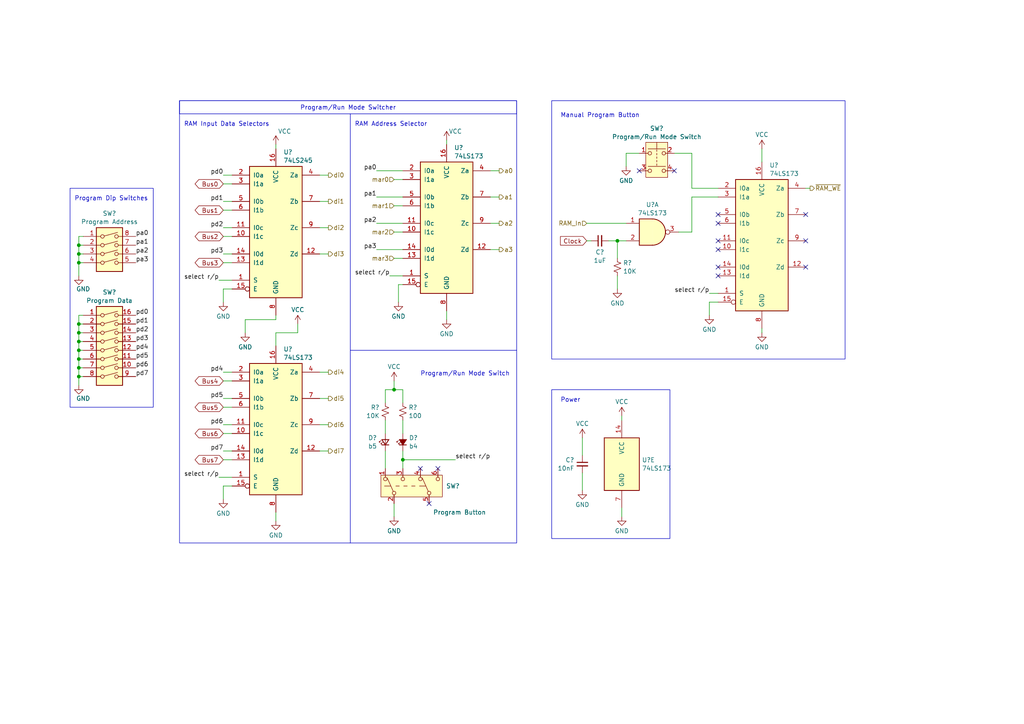
<source format=kicad_sch>
(kicad_sch (version 20230121) (generator eeschema)
  (paper "A4")
  (title_block (title "Computer Mode Switcher") (date "2024-01-27") (rev "1.0"))
  (lib_symbols
    (symbol "74xx:74LS00" (pin_names (offset 1.016))
      (property "Reference" "U" (at 0 1.27 0))
      (property "Value" "74LS00" (at 0 -1.27 0))
      (symbol "74LS00_1_1"
        (arc (start 0 -3.81) (mid 3.7934 0) (end 0 3.81) (stroke (width 0.254)) (fill (type background)))
        (polyline (pts (xy 0 3.81) (xy -3.81 3.81) (xy -3.81 -3.81) (xy 0 -3.81)) (stroke (width 0.254)) (fill (type background)))
        (pin input line (at -7.62 2.54 0) (length 3.81) (name "~") (number "1"))
        (pin input line (at -7.62 -2.54 0) (length 3.81) (name "~") (number "2"))
        (pin output inverted (at 7.62 0 180) (length 3.81) (name "~") (number "3"))
      )
      (symbol "74LS00_1_2"
        (arc (start -3.81 -3.81) (mid -2.589 0) (end -3.81 3.81) (stroke (width 0.254)))
        (arc (start -0.6096 -3.81) (mid 2.1842 -2.5851) (end 3.81 0) (stroke (width 0.254)) (fill (type background)))
        (polyline (pts (xy -3.81 -3.81) (xy -0.635 -3.81)) (stroke (width 0.254)) (fill (type background)))
        (polyline (pts (xy -3.81 3.81) (xy -0.635 3.81)) (stroke (width 0.254)) (fill (type background)))
        (polyline (pts (xy -0.635 3.81) (xy -3.81 3.81) (xy -3.81 3.81) (xy -3.556 3.4036) (xy -3.0226 2.2606) (xy -2.6924 1.0414) (xy -2.6162 -0.254) (xy -2.7686 -1.4986) (xy -3.175 -2.7178) (xy -3.81 -3.81) (xy -3.81 -3.81) (xy -0.635 -3.81)) (stroke (width -25.4)) (fill (type background)))
        (arc (start 3.81 0) (mid 2.1915 2.5936) (end -0.6096 3.81) (stroke (width 0.254)) (fill (type background)))
        (pin input inverted (at -7.62 2.54 0) (length 4.318) (name "~") (number "1"))
        (pin input inverted (at -7.62 -2.54 0) (length 4.318) (name "~") (number "2"))
        (pin output line (at 7.62 0 180) (length 3.81) (name "~") (number "3"))
      )
      (symbol "74LS00_2_1"
        (arc (start 0 -3.81) (mid 3.7934 0) (end 0 3.81) (stroke (width 0.254)) (fill (type background)))
        (polyline (pts (xy 0 3.81) (xy -3.81 3.81) (xy -3.81 -3.81) (xy 0 -3.81)) (stroke (width 0.254)) (fill (type background)))
        (pin input line (at -7.62 2.54 0) (length 3.81) (name "~") (number "4"))
        (pin input line (at -7.62 -2.54 0) (length 3.81) (name "~") (number "5"))
        (pin output inverted (at 7.62 0 180) (length 3.81) (name "~") (number "6"))
      )
      (symbol "74LS00_2_2"
        (arc (start -3.81 -3.81) (mid -2.589 0) (end -3.81 3.81) (stroke (width 0.254)))
        (arc (start -0.6096 -3.81) (mid 2.1842 -2.5851) (end 3.81 0) (stroke (width 0.254)) (fill (type background)))
        (polyline (pts (xy -3.81 -3.81) (xy -0.635 -3.81)) (stroke (width 0.254)) (fill (type background)))
        (polyline (pts (xy -3.81 3.81) (xy -0.635 3.81)) (stroke (width 0.254)) (fill (type background)))
        (polyline (pts (xy -0.635 3.81) (xy -3.81 3.81) (xy -3.81 3.81) (xy -3.556 3.4036) (xy -3.0226 2.2606) (xy -2.6924 1.0414) (xy -2.6162 -0.254) (xy -2.7686 -1.4986) (xy -3.175 -2.7178) (xy -3.81 -3.81) (xy -3.81 -3.81) (xy -0.635 -3.81)) (stroke (width -25.4)) (fill (type background)))
        (arc (start 3.81 0) (mid 2.1915 2.5936) (end -0.6096 3.81) (stroke (width 0.254)) (fill (type background)))
        (pin input inverted (at -7.62 2.54 0) (length 4.318) (name "~") (number "4"))
        (pin input inverted (at -7.62 -2.54 0) (length 4.318) (name "~") (number "5"))
        (pin output line (at 7.62 0 180) (length 3.81) (name "~") (number "6"))
      )
      (symbol "74LS00_3_1"
        (arc (start 0 -3.81) (mid 3.7934 0) (end 0 3.81) (stroke (width 0.254)) (fill (type background)))
        (polyline (pts (xy 0 3.81) (xy -3.81 3.81) (xy -3.81 -3.81) (xy 0 -3.81)) (stroke (width 0.254)) (fill (type background)))
        (pin input line (at -7.62 -2.54 0) (length 3.81) (name "~") (number "10"))
        (pin output inverted (at 7.62 0 180) (length 3.81) (name "~") (number "8"))
        (pin input line (at -7.62 2.54 0) (length 3.81) (name "~") (number "9"))
      )
      (symbol "74LS00_3_2"
        (arc (start -3.81 -3.81) (mid -2.589 0) (end -3.81 3.81) (stroke (width 0.254)))
        (arc (start -0.6096 -3.81) (mid 2.1842 -2.5851) (end 3.81 0) (stroke (width 0.254)) (fill (type background)))
        (polyline (pts (xy -3.81 -3.81) (xy -0.635 -3.81)) (stroke (width 0.254)) (fill (type background)))
        (polyline (pts (xy -3.81 3.81) (xy -0.635 3.81)) (stroke (width 0.254)) (fill (type background)))
        (polyline (pts (xy -0.635 3.81) (xy -3.81 3.81) (xy -3.81 3.81) (xy -3.556 3.4036) (xy -3.0226 2.2606) (xy -2.6924 1.0414) (xy -2.6162 -0.254) (xy -2.7686 -1.4986) (xy -3.175 -2.7178) (xy -3.81 -3.81) (xy -3.81 -3.81) (xy -0.635 -3.81)) (stroke (width -25.4)) (fill (type background)))
        (arc (start 3.81 0) (mid 2.1915 2.5936) (end -0.6096 3.81) (stroke (width 0.254)) (fill (type background)))
        (pin input inverted (at -7.62 -2.54 0) (length 4.318) (name "~") (number "10"))
        (pin output line (at 7.62 0 180) (length 3.81) (name "~") (number "8"))
        (pin input inverted (at -7.62 2.54 0) (length 4.318) (name "~") (number "9"))
      )
      (symbol "74LS00_4_1"
        (arc (start 0 -3.81) (mid 3.7934 0) (end 0 3.81) (stroke (width 0.254)) (fill (type background)))
        (polyline (pts (xy 0 3.81) (xy -3.81 3.81) (xy -3.81 -3.81) (xy 0 -3.81)) (stroke (width 0.254)) (fill (type background)))
        (pin output inverted (at 7.62 0 180) (length 3.81) (name "~") (number "11"))
        (pin input line (at -7.62 2.54 0) (length 3.81) (name "~") (number "12"))
        (pin input line (at -7.62 -2.54 0) (length 3.81) (name "~") (number "13"))
      )
      (symbol "74LS00_4_2"
        (arc (start -3.81 -3.81) (mid -2.589 0) (end -3.81 3.81) (stroke (width 0.254)))
        (arc (start -0.6096 -3.81) (mid 2.1842 -2.5851) (end 3.81 0) (stroke (width 0.254)) (fill (type background)))
        (polyline (pts (xy -3.81 -3.81) (xy -0.635 -3.81)) (stroke (width 0.254)) (fill (type background)))
        (polyline (pts (xy -3.81 3.81) (xy -0.635 3.81)) (stroke (width 0.254)) (fill (type background)))
        (polyline (pts (xy -0.635 3.81) (xy -3.81 3.81) (xy -3.81 3.81) (xy -3.556 3.4036) (xy -3.0226 2.2606) (xy -2.6924 1.0414) (xy -2.6162 -0.254) (xy -2.7686 -1.4986) (xy -3.175 -2.7178) (xy -3.81 -3.81) (xy -3.81 -3.81) (xy -0.635 -3.81)) (stroke (width -25.4)) (fill (type background)))
        (arc (start 3.81 0) (mid 2.1915 2.5936) (end -0.6096 3.81) (stroke (width 0.254)) (fill (type background)))
        (pin output line (at 7.62 0 180) (length 3.81) (name "~") (number "11"))
        (pin input inverted (at -7.62 2.54 0) (length 4.318) (name "~") (number "12"))
        (pin input inverted (at -7.62 -2.54 0) (length 4.318) (name "~") (number "13"))
      )
      (symbol "74LS00_5_0"
        (pin power_in line (at 0 12.7 270) (length 5.08) (name "VCC") (number "14"))
        (pin power_in line (at 0 -12.7 90) (length 5.08) (name "GND") (number "7"))
      )
      (symbol "74LS00_5_1"
        (rectangle (start -5.08 7.62) (end 5.08 -7.62) (stroke (width 0.254)) (fill (type background)))
      )
    )
    (symbol "74xx:74LS157" (pin_names (offset 1.016))
      (property "Reference" "U" (at -7.62 19.05 0))
      (property "Value" "74LS157" (at -7.62 -21.59 0))
      (symbol "74LS157_1_0"
        (pin input line (at -12.7 -15.24 0) (length 5.08) (name "S") (number "1"))
        (pin input line (at -12.7 -2.54 0) (length 5.08) (name "I1c") (number "10"))
        (pin input line (at -12.7 0 0) (length 5.08) (name "I0c") (number "11"))
        (pin output line (at 12.7 -7.62 180) (length 5.08) (name "Zd") (number "12"))
        (pin input line (at -12.7 -10.16 0) (length 5.08) (name "I1d") (number "13"))
        (pin input line (at -12.7 -7.62 0) (length 5.08) (name "I0d") (number "14"))
        (pin input inverted (at -12.7 -17.78 0) (length 5.08) (name "E") (number "15"))
        (pin power_in line (at 0 22.86 270) (length 5.08) (name "VCC") (number "16"))
        (pin input line (at -12.7 15.24 0) (length 5.08) (name "I0a") (number "2"))
        (pin input line (at -12.7 12.7 0) (length 5.08) (name "I1a") (number "3"))
        (pin output line (at 12.7 15.24 180) (length 5.08) (name "Za") (number "4"))
        (pin input line (at -12.7 7.62 0) (length 5.08) (name "I0b") (number "5"))
        (pin input line (at -12.7 5.08 0) (length 5.08) (name "I1b") (number "6"))
        (pin output line (at 12.7 7.62 180) (length 5.08) (name "Zb") (number "7"))
        (pin power_in line (at 0 -25.4 90) (length 5.08) (name "GND") (number "8"))
        (pin output line (at 12.7 0 180) (length 5.08) (name "Zc") (number "9"))
      )
      (symbol "74LS157_1_1"
        (rectangle (start -7.62 17.78) (end 7.62 -20.32) (stroke (width 0.254)) (fill (type background)))
      )
    )
    (symbol "Device:C_Small" (pin_numbers hide) (pin_names (offset 0.254) hide)
      (property "Reference" "C" (at 0.254 1.778 0))
      (property "Value" "C_Small" (at 0.254 -2.032 0))
      (symbol "C_Small_0_1"
        (polyline (pts (xy -1.524 -0.508) (xy 1.524 -0.508)) (stroke (width 0.3302)))
        (polyline (pts (xy -1.524 0.508) (xy 1.524 0.508)) (stroke (width 0.3048)))
      )
      (symbol "C_Small_1_1"
        (pin passive line (at 0 2.54 270) (length 2.032) (name "~") (number "1"))
        (pin passive line (at 0 -2.54 90) (length 2.032) (name "~") (number "2"))
      )
    )
    (symbol "Device:LED_Small" (pin_numbers hide) (pin_names (offset 0.254) hide)
      (property "Reference" "D" (at -1.27 3.175 0))
      (property "Value" "LED_Small" (at -4.445 -2.54 0))
      (symbol "LED_Small_0_1"
        (polyline (pts (xy -0.762 -1.016) (xy -0.762 1.016)) (stroke (width 0.254)))
        (polyline (pts (xy 1.016 0) (xy -0.762 0)))
        (polyline (pts (xy 0.762 -1.016) (xy -0.762 0) (xy 0.762 1.016) (xy 0.762 -1.016)) (stroke (width 0.254)))
        (polyline (pts (xy 0 0.762) (xy -0.508 1.27) (xy -0.254 1.27) (xy -0.508 1.27) (xy -0.508 1.016)))
        (polyline (pts (xy 0.508 1.27) (xy 0 1.778) (xy 0.254 1.778) (xy 0 1.778) (xy 0 1.524)))
      )
      (symbol "LED_Small_1_1"
        (pin passive line (at -2.54 0 0) (length 1.778) (name "K") (number "1"))
        (pin passive line (at 2.54 0 180) (length 1.778) (name "A") (number "2"))
      )
    )
    (symbol "Device:LED_Small_Filled" (pin_numbers hide) (pin_names (offset 0.254) hide)
      (property "Reference" "D" (at -1.27 3.175 0))
      (property "Value" "LED_Small_Filled" (at -4.445 -2.54 0))
      (symbol "LED_Small_Filled_0_1"
        (polyline (pts (xy -0.762 -1.016) (xy -0.762 1.016)) (stroke (width 0.254)))
        (polyline (pts (xy 1.016 0) (xy -0.762 0)))
        (polyline (pts (xy 0.762 -1.016) (xy -0.762 0) (xy 0.762 1.016) (xy 0.762 -1.016)) (stroke (width 0.254)) (fill (type outline)))
        (polyline (pts (xy 0 0.762) (xy -0.508 1.27) (xy -0.254 1.27) (xy -0.508 1.27) (xy -0.508 1.016)))
        (polyline (pts (xy 0.508 1.27) (xy 0 1.778) (xy 0.254 1.778) (xy 0 1.778) (xy 0 1.524)))
      )
      (symbol "LED_Small_Filled_1_1"
        (pin passive line (at -2.54 0 0) (length 1.778) (name "K") (number "1"))
        (pin passive line (at 2.54 0 180) (length 1.778) (name "A") (number "2"))
      )
    )
    (symbol "Device:R_Small_US" (pin_numbers hide) (pin_names (offset 0.254) hide)
      (property "Reference" "R" (at 0.762 0.508 0))
      (property "Value" "R_Small_US" (at 0.762 -1.016 0))
      (symbol "R_Small_US_1_1"
        (polyline (pts (xy 0 0) (xy 1.016 -0.381) (xy 0 -0.762) (xy -1.016 -1.143) (xy 0 -1.524)))
        (polyline (pts (xy 0 1.524) (xy 1.016 1.143) (xy 0 0.762) (xy -1.016 0.381) (xy 0 0)))
        (pin passive line (at 0 2.54 270) (length 1.016) (name "~") (number "1"))
        (pin passive line (at 0 -2.54 90) (length 1.016) (name "~") (number "2"))
      )
    )
    (symbol "Switch:SW_DIP_x04" (pin_names (offset 0) hide)
      (property "Reference" "SW" (at 0 8.89 0))
      (property "Value" "SW_DIP_x04" (at 0 -6.35 0))
      (symbol "SW_DIP_x04_0_0"
        (circle (center -2.032 -2.54) (radius 0.508))
        (circle (center -2.032 0) (radius 0.508))
        (circle (center -2.032 2.54) (radius 0.508))
        (circle (center -2.032 5.08) (radius 0.508))
        (polyline (pts (xy -1.524 -2.3876) (xy 2.3622 -1.3462)))
        (polyline (pts (xy -1.524 0.127) (xy 2.3622 1.1684)))
        (polyline (pts (xy -1.524 2.667) (xy 2.3622 3.7084)))
        (polyline (pts (xy -1.524 5.207) (xy 2.3622 6.2484)))
        (circle (center 2.032 -2.54) (radius 0.508))
        (circle (center 2.032 0) (radius 0.508))
        (circle (center 2.032 2.54) (radius 0.508))
        (circle (center 2.032 5.08) (radius 0.508))
      )
      (symbol "SW_DIP_x04_0_1"
        (rectangle (start -3.81 7.62) (end 3.81 -5.08) (stroke (width 0.254)) (fill (type background)))
      )
      (symbol "SW_DIP_x04_1_1"
        (pin passive line (at -7.62 5.08 0) (length 5.08) (name "~") (number "1"))
        (pin passive line (at -7.62 2.54 0) (length 5.08) (name "~") (number "2"))
        (pin passive line (at -7.62 0 0) (length 5.08) (name "~") (number "3"))
        (pin passive line (at -7.62 -2.54 0) (length 5.08) (name "~") (number "4"))
        (pin passive line (at 7.62 -2.54 180) (length 5.08) (name "~") (number "5"))
        (pin passive line (at 7.62 0 180) (length 5.08) (name "~") (number "6"))
        (pin passive line (at 7.62 2.54 180) (length 5.08) (name "~") (number "7"))
        (pin passive line (at 7.62 5.08 180) (length 5.08) (name "~") (number "8"))
      )
    )
    (symbol "Switch:SW_DIP_x08" (pin_names (offset 0) hide)
      (property "Reference" "SW" (at 0 13.97 0))
      (property "Value" "SW_DIP_x08" (at 0 -11.43 0))
      (symbol "SW_DIP_x08_0_0"
        (circle (center -2.032 -7.62) (radius 0.508))
        (circle (center -2.032 -5.08) (radius 0.508))
        (circle (center -2.032 -2.54) (radius 0.508))
        (circle (center -2.032 0) (radius 0.508))
        (circle (center -2.032 2.54) (radius 0.508))
        (circle (center -2.032 5.08) (radius 0.508))
        (circle (center -2.032 7.62) (radius 0.508))
        (circle (center -2.032 10.16) (radius 0.508))
        (polyline (pts (xy -1.524 -7.4676) (xy 2.3622 -6.4262)))
        (polyline (pts (xy -1.524 -4.9276) (xy 2.3622 -3.8862)))
        (polyline (pts (xy -1.524 -2.3876) (xy 2.3622 -1.3462)))
        (polyline (pts (xy -1.524 0.127) (xy 2.3622 1.1684)))
        (polyline (pts (xy -1.524 2.667) (xy 2.3622 3.7084)))
        (polyline (pts (xy -1.524 5.207) (xy 2.3622 6.2484)))
        (polyline (pts (xy -1.524 7.747) (xy 2.3622 8.7884)))
        (polyline (pts (xy -1.524 10.287) (xy 2.3622 11.3284)))
        (circle (center 2.032 -7.62) (radius 0.508))
        (circle (center 2.032 -5.08) (radius 0.508))
        (circle (center 2.032 -2.54) (radius 0.508))
        (circle (center 2.032 0) (radius 0.508))
        (circle (center 2.032 2.54) (radius 0.508))
        (circle (center 2.032 5.08) (radius 0.508))
        (circle (center 2.032 7.62) (radius 0.508))
        (circle (center 2.032 10.16) (radius 0.508))
      )
      (symbol "SW_DIP_x08_0_1"
        (rectangle (start -3.81 12.7) (end 3.81 -10.16) (stroke (width 0.254)) (fill (type background)))
      )
      (symbol "SW_DIP_x08_1_1"
        (pin passive line (at -7.62 10.16 0) (length 5.08) (name "~") (number "1"))
        (pin passive line (at 7.62 -5.08 180) (length 5.08) (name "~") (number "10"))
        (pin passive line (at 7.62 -2.54 180) (length 5.08) (name "~") (number "11"))
        (pin passive line (at 7.62 0 180) (length 5.08) (name "~") (number "12"))
        (pin passive line (at 7.62 2.54 180) (length 5.08) (name "~") (number "13"))
        (pin passive line (at 7.62 5.08 180) (length 5.08) (name "~") (number "14"))
        (pin passive line (at 7.62 7.62 180) (length 5.08) (name "~") (number "15"))
        (pin passive line (at 7.62 10.16 180) (length 5.08) (name "~") (number "16"))
        (pin passive line (at -7.62 7.62 0) (length 5.08) (name "~") (number "2"))
        (pin passive line (at -7.62 5.08 0) (length 5.08) (name "~") (number "3"))
        (pin passive line (at -7.62 2.54 0) (length 5.08) (name "~") (number "4"))
        (pin passive line (at -7.62 0 0) (length 5.08) (name "~") (number "5"))
        (pin passive line (at -7.62 -2.54 0) (length 5.08) (name "~") (number "6"))
        (pin passive line (at -7.62 -5.08 0) (length 5.08) (name "~") (number "7"))
        (pin passive line (at -7.62 -7.62 0) (length 5.08) (name "~") (number "8"))
        (pin passive line (at 7.62 -7.62 180) (length 5.08) (name "~") (number "9"))
      )
    )
    (symbol "Switch:SW_Push_DPDT" (pin_names (offset 0) hide)
      (property "Reference" "SW" (at 0 10.16 0))
      (property "Value" "SW_Push_DPDT" (at 0 -10.16 0))
      (symbol "SW_Push_DPDT_0_0"
        (circle (center -2.032 -5.08) (radius 0.508))
        (circle (center -2.032 5.08) (radius 0.508))
        (circle (center 2.032 -7.62) (radius 0.508))
        (circle (center 2.032 2.54) (radius 0.508))
      )
      (symbol "SW_Push_DPDT_0_1"
        (polyline (pts (xy -1.524 -4.826) (xy 2.3368 -3.0988)))
        (polyline (pts (xy -1.524 5.334) (xy 2.3368 7.0612)))
        (polyline (pts (xy 0 -2.286) (xy 0 -4.064)))
        (polyline (pts (xy 0 -1.016) (xy 0 0)))
        (polyline (pts (xy 0 1.27) (xy 0 2.286)))
        (polyline (pts (xy 0 3.556) (xy 0 4.572)))
        (polyline (pts (xy 0 7.874) (xy 0 6.096)))
        (circle (center 2.032 -2.54) (radius 0.508))
        (circle (center 2.032 7.62) (radius 0.508))
      )
      (symbol "SW_Push_DPDT_1_1"
        (rectangle (start -3.175 8.89) (end 3.175 -8.89) (fill (type background)))
        (pin passive line (at 5.08 7.62 180) (length 2.54) (name "A") (number "1"))
        (pin passive line (at -5.08 5.08 0) (length 2.54) (name "B") (number "2"))
        (pin passive line (at 5.08 2.54 180) (length 2.54) (name "C") (number "3"))
        (pin passive line (at 5.08 -2.54 180) (length 2.54) (name "A") (number "4"))
        (pin passive line (at -5.08 -5.08 0) (length 2.54) (name "B") (number "5"))
        (pin passive line (at 5.08 -7.62 180) (length 2.54) (name "C") (number "6"))
      )
    )
    (symbol "Switch:SW_Push_Dual" (pin_names (offset 1.016) hide)
      (property "Reference" "SW" (at 0 7.62 0))
      (property "Value" "SW_Push_Dual" (at 0 -6.35 0))
      (symbol "SW_Push_Dual_0_1"
        (circle (center -2.032 -2.54) (radius 0.508))
        (circle (center -2.032 2.54) (radius 0.508))
        (polyline (pts (xy 0 -0.508) (xy 0 -1.016)))
        (polyline (pts (xy 0 0.508) (xy 0 0)))
        (polyline (pts (xy 0 1.016) (xy 0 1.524)))
        (polyline (pts (xy 0 2.032) (xy 0 2.54)))
        (polyline (pts (xy 0 3.048) (xy 0 3.556)))
        (polyline (pts (xy 0 3.81) (xy 0 5.588)))
        (polyline (pts (xy 2.54 -1.27) (xy -2.54 -1.27)))
        (polyline (pts (xy 2.54 3.81) (xy -2.54 3.81)))
        (circle (center 2.032 -2.54) (radius 0.508))
        (circle (center 2.032 2.54) (radius 0.508))
        (pin passive line (at -5.08 2.54 0) (length 2.54) (name "1") (number "1"))
        (pin passive line (at 5.08 2.54 180) (length 2.54) (name "2") (number "2"))
        (pin passive line (at -5.08 -2.54 0) (length 2.54) (name "3") (number "3"))
        (pin passive line (at 5.08 -2.54 180) (length 2.54) (name "4") (number "4"))
      )
      (symbol "SW_Push_Dual_1_1"
        (rectangle (start -3.175 5.715) (end 3.175 -4.445) (fill (type background)))
      )
    )
    (symbol "power:GND" (power) (pin_names (offset 0))
      (property "Value" "GND" (at 0 -3.81 0))
      (symbol "GND_0_1"
        (polyline (pts (xy 0 0) (xy 0 -1.27) (xy 1.27 -1.27) (xy 0 -2.54) (xy -1.27 -1.27) (xy 0 -1.27)))
      )
      (symbol "GND_1_1"
        (pin power_in line (at 0 0 270) (length 0) hide (name "GND") (number "1"))
      )
    )
    (symbol "power:VCC" (power) (pin_names (offset 0))
      (property "Value" "VCC" (at 0 3.81 0))
      (symbol "VCC_0_1"
        (polyline (pts (xy -0.762 1.27) (xy 0 2.54)))
        (polyline (pts (xy 0 0) (xy 0 2.54)))
        (polyline (pts (xy 0 2.54) (xy 0.762 1.27)))
      )
      (symbol "VCC_1_1"
        (pin power_in line (at 0 0 90) (length 0) hide (name "VCC") (number "1"))
      )
    )
  )
  (junction (at 22.86 106.68))
  (junction (at 116.84 133.35))
  (junction (at 22.86 101.6))
  (junction (at 22.86 73.66))
  (junction (at 22.86 76.2))
  (junction (at 22.86 99.06))
  (junction (at 22.86 96.52))
  (junction (at 114.3 113.03))
  (junction (at 179.07 69.85))
  (junction (at 22.86 71.12))
  (junction (at 22.86 109.22))
  (junction (at 22.86 104.14))
  (junction (at 22.86 93.98))
  (no_connect (at 127 135.89))
  (no_connect (at 233.68 69.85))
  (no_connect (at 233.68 77.47))
  (no_connect (at 208.28 64.77))
  (no_connect (at 208.28 62.23))
  (no_connect (at 208.28 80.01))
  (no_connect (at 195.58 49.53))
  (no_connect (at 208.28 69.85))
  (no_connect (at 185.42 49.53))
  (no_connect (at 121.92 135.89))
  (no_connect (at 208.28 77.47))
  (no_connect (at 208.28 72.39))
  (no_connect (at 124.46 146.05))
  (no_connect (at 233.68 62.23))
  (wire (pts (xy 64.77 133.35) (xy 67.31 133.35)))
  (wire (pts (xy 208.28 54.61) (xy 200.66 54.61)))
  (wire (pts (xy 86.36 93.98) (xy 86.36 96.52)))
  (wire (pts (xy 22.86 96.52) (xy 22.86 99.06)))
  (wire (pts (xy 180.34 120.65) (xy 180.34 121.92)))
  (wire (pts (xy 144.78 57.15) (xy 142.24 57.15)))
  (wire (pts (xy 115.57 82.55) (xy 115.57 87.63)))
  (wire (pts (xy 64.77 118.11) (xy 67.31 118.11)))
  (wire (pts (xy 116.84 133.35) (xy 116.84 135.89)))
  (wire (pts (xy 67.31 53.34) (xy 64.77 53.34)))
  (wire (pts (xy 22.86 109.22) (xy 24.13 109.22)))
  (wire (pts (xy 114.3 59.69) (xy 116.84 59.69)))
  (wire (pts (xy 64.77 125.73) (xy 67.31 125.73)))
  (wire (pts (xy 179.07 69.85) (xy 179.07 74.93)))
  (wire (pts (xy 233.68 54.61) (xy 234.95 54.61)))
  (wire (pts (xy 129.54 40.64) (xy 129.54 41.91)))
  (wire (pts (xy 22.86 76.2) (xy 24.13 76.2)))
  (wire (pts (xy 22.86 68.58) (xy 22.86 71.12)))
  (wire (pts (xy 64.77 140.97) (xy 67.31 140.97)))
  (wire (pts (xy 179.07 80.01) (xy 179.07 83.82)))
  (wire (pts (xy 95.25 58.42) (xy 92.71 58.42)))
  (wire (pts (xy 114.3 67.31) (xy 116.84 67.31)))
  (wire (pts (xy 95.25 123.19) (xy 92.71 123.19)))
  (wire (pts (xy 109.22 64.77) (xy 116.84 64.77)))
  (wire (pts (xy 116.84 121.92) (xy 116.84 125.73)))
  (wire (pts (xy 64.77 110.49) (xy 67.31 110.49)))
  (wire (pts (xy 24.13 91.44) (xy 22.86 91.44)))
  (wire (pts (xy 22.86 101.6) (xy 24.13 101.6)))
  (wire (pts (xy 170.18 69.85) (xy 171.45 69.85)))
  (wire (pts (xy 170.18 64.77) (xy 181.61 64.77)))
  (wire (pts (xy 22.86 106.68) (xy 22.86 109.22)))
  (wire (pts (xy 114.3 113.03) (xy 116.84 113.03)))
  (wire (pts (xy 22.86 93.98) (xy 22.86 96.52)))
  (wire (pts (xy 80.01 148.59) (xy 80.01 151.13)))
  (wire (pts (xy 67.31 107.95) (xy 64.77 107.95)))
  (wire (pts (xy 22.86 71.12) (xy 24.13 71.12)))
  (wire (pts (xy 22.86 99.06) (xy 22.86 101.6)))
  (wire (pts (xy 95.25 115.57) (xy 92.71 115.57)))
  (wire (pts (xy 67.31 115.57) (xy 64.77 115.57)))
  (wire (pts (xy 22.86 109.22) (xy 22.86 111.76)))
  (wire (pts (xy 180.34 147.32) (xy 180.34 149.86)))
  (wire (pts (xy 22.86 93.98) (xy 24.13 93.98)))
  (wire (pts (xy 95.25 130.81) (xy 92.71 130.81)))
  (wire (pts (xy 144.78 49.53) (xy 142.24 49.53)))
  (wire (pts (xy 67.31 58.42) (xy 64.77 58.42)))
  (wire (pts (xy 95.25 107.95) (xy 92.71 107.95)))
  (wire (pts (xy 114.3 52.07) (xy 116.84 52.07)))
  (wire (pts (xy 200.66 57.15) (xy 200.66 67.31)))
  (wire (pts (xy 109.22 49.53) (xy 116.84 49.53)))
  (wire (pts (xy 114.3 146.05) (xy 114.3 149.86)))
  (wire (pts (xy 80.01 91.44) (xy 80.01 92.71)))
  (wire (pts (xy 111.76 130.81) (xy 111.76 135.89)))
  (wire (pts (xy 168.91 137.16) (xy 168.91 142.24)))
  (wire (pts (xy 116.84 82.55) (xy 115.57 82.55)))
  (wire (pts (xy 208.28 57.15) (xy 200.66 57.15)))
  (wire (pts (xy 176.53 69.85) (xy 179.07 69.85)))
  (wire (pts (xy 109.22 72.39) (xy 116.84 72.39)))
  (wire (pts (xy 205.74 87.63) (xy 205.74 91.44)))
  (wire (pts (xy 144.78 64.77) (xy 142.24 64.77)))
  (wire (pts (xy 179.07 69.85) (xy 181.61 69.85)))
  (wire (pts (xy 95.25 66.04) (xy 92.71 66.04)))
  (wire (pts (xy 116.84 133.35) (xy 132.08 133.35)))
  (wire (pts (xy 116.84 130.81) (xy 116.84 133.35)))
  (wire (pts (xy 111.76 116.84) (xy 111.76 113.03)))
  (wire (pts (xy 114.3 74.93) (xy 116.84 74.93)))
  (wire (pts (xy 64.77 83.82) (xy 64.77 87.63)))
  (wire (pts (xy 200.66 54.61) (xy 200.66 44.45)))
  (wire (pts (xy 67.31 123.19) (xy 64.77 123.19)))
  (wire (pts (xy 181.61 44.45) (xy 181.61 48.26)))
  (wire (pts (xy 109.22 57.15) (xy 116.84 57.15)))
  (wire (pts (xy 22.86 104.14) (xy 22.86 106.68)))
  (wire (pts (xy 22.86 91.44) (xy 22.86 93.98)))
  (wire (pts (xy 22.86 101.6) (xy 22.86 104.14)))
  (wire (pts (xy 22.86 73.66) (xy 24.13 73.66)))
  (wire (pts (xy 80.01 92.71) (xy 71.12 92.71)))
  (wire (pts (xy 22.86 104.14) (xy 24.13 104.14)))
  (wire (pts (xy 111.76 113.03) (xy 114.3 113.03)))
  (wire (pts (xy 22.86 106.68) (xy 24.13 106.68)))
  (wire (pts (xy 22.86 76.2) (xy 22.86 80.01)))
  (wire (pts (xy 80.01 41.91) (xy 80.01 43.18)))
  (wire (pts (xy 64.77 83.82) (xy 67.31 83.82)))
  (wire (pts (xy 168.91 127) (xy 168.91 132.08)))
  (wire (pts (xy 185.42 44.45) (xy 181.61 44.45)))
  (wire (pts (xy 24.13 68.58) (xy 22.86 68.58)))
  (wire (pts (xy 95.25 50.8) (xy 92.71 50.8)))
  (wire (pts (xy 22.86 73.66) (xy 22.86 76.2)))
  (wire (pts (xy 95.25 73.66) (xy 92.71 73.66)))
  (wire (pts (xy 22.86 99.06) (xy 24.13 99.06)))
  (wire (pts (xy 63.5 138.43) (xy 67.31 138.43)))
  (wire (pts (xy 116.84 116.84) (xy 116.84 113.03)))
  (wire (pts (xy 22.86 71.12) (xy 22.86 73.66)))
  (wire (pts (xy 114.3 113.03) (xy 114.3 110.49)))
  (wire (pts (xy 63.5 81.28) (xy 67.31 81.28)))
  (wire (pts (xy 64.77 140.97) (xy 64.77 144.78)))
  (wire (pts (xy 67.31 68.58) (xy 64.77 68.58)))
  (wire (pts (xy 113.03 80.01) (xy 116.84 80.01)))
  (wire (pts (xy 205.74 87.63) (xy 208.28 87.63)))
  (wire (pts (xy 67.31 60.96) (xy 64.77 60.96)))
  (wire (pts (xy 129.54 90.17) (xy 129.54 92.71)))
  (wire (pts (xy 67.31 73.66) (xy 64.77 73.66)))
  (wire (pts (xy 67.31 130.81) (xy 64.77 130.81)))
  (wire (pts (xy 67.31 66.04) (xy 64.77 66.04)))
  (wire (pts (xy 220.98 95.25) (xy 220.98 96.52)))
  (wire (pts (xy 64.77 76.2) (xy 67.31 76.2)))
  (wire (pts (xy 80.01 96.52) (xy 80.01 100.33)))
  (wire (pts (xy 200.66 67.31) (xy 196.85 67.31)))
  (wire (pts (xy 111.76 121.92) (xy 111.76 125.73)))
  (wire (pts (xy 220.98 43.18) (xy 220.98 46.99)))
  (wire (pts (xy 22.86 96.52) (xy 24.13 96.52)))
  (wire (pts (xy 200.66 44.45) (xy 195.58 44.45)))
  (wire (pts (xy 67.31 50.8) (xy 64.77 50.8)))
  (wire (pts (xy 144.78 72.39) (xy 142.24 72.39)))
  (wire (pts (xy 86.36 96.52) (xy 80.01 96.52)))
  (wire (pts (xy 205.74 85.09) (xy 208.28 85.09)))
  (wire (pts (xy 71.12 92.71) (xy 71.12 96.52)))
  (rectangle (start 160.02 113.03) (end 194.31 156.21))
  (rectangle (start 101.6 33.02) (end 101.6 157.48))
  (rectangle (start 101.6 101.6) (end 149.86 101.6))
  (rectangle (start 20.32 54.61) (end 44.45 118.11))
  (rectangle (start 52.07 29.21) (end 149.86 157.48))
  (rectangle (start 160.02 29.21) (end 245.11 104.14))
  (text_box "Program/Run Mode Switcher" (at 52.07 29.21 0) (size 97.79 3.81) (effects (font (size 1.27 1.27))))
  (text "RAM Input Data Selectors" (at 53.34 36.83 0) (effects (font (size 1.27 1.27)) (justify left bottom)))
  (text "Power" (at 162.56 116.84 0) (effects (font (size 1.27 1.27)) (justify left bottom)))
  (text "Program/Run Mode Switch" (at 121.92 109.22 0) (effects (font (size 1.27 1.27)) (justify left bottom)))
  (text "Program Dip Switches" (at 21.59 58.42 0) (effects (font (size 1.27 1.27)) (justify left bottom)))
  (text "RAM Address Selector" (at 102.87 36.83 0) (effects (font (size 1.27 1.27)) (justify left bottom)))
  (text "Manual Program Button" (at 162.56 34.29 0) (effects (font (size 1.27 1.27)) (justify left bottom)))
  (label "select r{slash}p" (at 132.08 133.35 0))
  (label "pd3" (at 39.37 99.06 0))
  (label "pd1" (at 39.37 93.98 0))
  (label "pa0" (at 39.37 68.58 0))
  (label "pa2" (at 109.22 64.77 180))
  (label "pd5" (at 39.37 104.14 0))
  (label "pd0" (at 39.37 91.44 0))
  (label "pa1" (at 109.22 57.15 180))
  (label "pa0" (at 109.22 49.53 180))
  (label "pd4" (at 64.77 107.95 180))
  (label "select r{slash}p" (at 63.5 81.28 180))
  (label "pa3" (at 39.37 76.2 0))
  (label "pa1" (at 39.37 71.12 0))
  (label "select r{slash}p" (at 63.5 138.43 180))
  (label "pd3" (at 64.77 73.66 180))
  (label "pd0" (at 64.77 50.8 180))
  (label "pa2" (at 39.37 73.66 0))
  (label "pd1" (at 64.77 58.42 180))
  (label "select r{slash}p" (at 113.03 80.01 180))
  (label "pd2" (at 39.37 96.52 0))
  (label "pd4" (at 39.37 101.6 0))
  (label "pd6" (at 64.77 123.19 180))
  (label "pd6" (at 39.37 106.68 0))
  (label "pd2" (at 64.77 66.04 180))
  (label "pd7" (at 64.77 130.81 180))
  (label "select r{slash}p" (at 205.74 85.09 180))
  (label "pd5" (at 64.77 115.57 180))
  (label "pa3" (at 109.22 72.39 180))
  (label "pd7" (at 39.37 109.22 0))
  (global_label "Clock" (shape input) (at 170.18 69.85 180) (property "Intersheetrefs" "${INTERSHEET_REFS}" (effects hide)))
  (global_label "Bus1" (shape tri_state) (at 64.77 60.96 180) (property "Intersheetrefs" "${INTERSHEET_REFS}" (effects hide)))
  (global_label "Bus7" (shape tri_state) (at 64.77 133.35 180) (property "Intersheetrefs" "${INTERSHEET_REFS}" (effects hide)))
  (global_label "Bus2" (shape tri_state) (at 64.77 68.58 180) (property "Intersheetrefs" "${INTERSHEET_REFS}" (effects hide)))
  (global_label "Bus5" (shape tri_state) (at 64.77 118.11 180) (property "Intersheetrefs" "${INTERSHEET_REFS}" (effects hide)))
  (global_label "Bus0" (shape tri_state) (at 64.77 53.34 180) (property "Intersheetrefs" "${INTERSHEET_REFS}" (effects hide)))
  (global_label "Bus3" (shape tri_state) (at 64.77 76.2 180) (property "Intersheetrefs" "${INTERSHEET_REFS}" (effects hide)))
  (global_label "Bus4" (shape tri_state) (at 64.77 110.49 180) (property "Intersheetrefs" "${INTERSHEET_REFS}" (effects hide)))
  (global_label "Bus6" (shape tri_state) (at 64.77 125.73 180) (property "Intersheetrefs" "${INTERSHEET_REFS}" (effects hide)))
  (hierarchical_label "di0" (shape output) (at 95.25 50.8 0))
  (hierarchical_label "mar2" (shape input) (at 114.3 67.31 180))
  (hierarchical_label "RAM_In" (shape input) (at 170.18 64.77 180))
  (hierarchical_label "a0" (shape output) (at 144.78 49.53 0))
  (hierarchical_label "mar3" (shape input) (at 114.3 74.93 180))
  (hierarchical_label "a3" (shape output) (at 144.78 72.39 0))
  (hierarchical_label "di4" (shape output) (at 95.25 107.95 0))
  (hierarchical_label "mar0" (shape input) (at 114.3 52.07 180))
  (hierarchical_label "di5" (shape output) (at 95.25 115.57 0))
  (hierarchical_label "di1" (shape output) (at 95.25 58.42 0))
  (hierarchical_label "a2" (shape output) (at 144.78 64.77 0))
  (hierarchical_label "a1" (shape output) (at 144.78 57.15 0))
  (hierarchical_label "di3" (shape output) (at 95.25 73.66 0))
  (hierarchical_label "di7" (shape output) (at 95.25 130.81 0))
  (hierarchical_label "mar1" (shape input) (at 114.3 59.69 180))
  (hierarchical_label "di6" (shape output) (at 95.25 123.19 0))
  (hierarchical_label "~{RAM_WE}" (shape output) (at 234.95 54.61 0))
  (hierarchical_label "di2" (shape output) (at 95.25 66.04 0))
  (symbol (lib_id "power:GND") (at 71.12 96.52 0) (unit 1)
    (property "Reference" "#PWR?" (effects hide))
    (property "Value" "GND" (at 71.12 100.6531 0))
  )
  (symbol (lib_id "74xx:74LS00") (at 189.23 67.31 0) (unit 1)
    (property "Reference" "U?" (at 189.2217 59.3557 0))
    (property "Value" "74LS173" (at 189.2217 61.7799 0))
    (property "Footprint" "Package_DIP:DIP-16_W7.62mm" (effects hide))
    (property "Datasheet" "http://www.ti.com/lit/gpn/sn74ls00" (effects hide))
  )
  (symbol (lib_id "Switch:SW_DIP_x04") (at 31.75 73.66 0) (unit 1)
    (property "Reference" "SW?" (at 31.75 61.8957 0))
    (property "Value" "Program Address" (at 31.75 64.3199 0))
    (property "Footprint" "Button_Switch_THT:SW_DIP_SPSTx04_Slide_9.78x12.34mm_W7.62mm_P2.54mm" (effects hide))
  )
  (symbol (lib_id "Device:R_Small_US") (at 179.07 77.47 0) (unit 1)
    (property "Reference" "R?" (at 180.721 76.2579 0) (effects (justify left)))
    (property "Value" "10K" (at 180.721 78.6821 0) (effects (justify left)))
    (property "Footprint" "Resistor_THT:R_Axial_DIN0207_L6.3mm_D2.5mm_P7.62mm_Horizontal" (effects hide))
  )
  (symbol (lib_id "power:VCC") (at 180.34 120.65 0) (unit 1)
    (property "Reference" "#PWR?" (effects hide))
    (property "Value" "VCC" (at 180.34 116.5169 0))
  )
  (symbol (lib_id "Switch:SW_DIP_x08") (at 31.75 101.6 0) (unit 1)
    (property "Reference" "SW?" (at 31.75 84.7557 0))
    (property "Value" "Program Data" (at 31.75 87.1799 0))
    (property "Footprint" "Button_Switch_THT:SW_DIP_SPSTx08_Slide_9.78x22.5mm_W7.62mm_P2.54mm" (effects hide))
  )
  (symbol (lib_id "power:GND") (at 64.77 144.78 0) (unit 1)
    (property "Reference" "#PWR?" (effects hide))
    (property "Value" "GND" (at 64.77 148.9131 0))
  )
  (symbol (lib_id "power:VCC") (at 220.98 43.18 0) (unit 1)
    (property "Reference" "#PWR?" (effects hide))
    (property "Value" "VCC" (at 220.98 39.0469 0))
  )
  (symbol (lib_id "power:GND") (at 22.86 111.76 0) (unit 1)
    (property "Reference" "#PWR?" (effects hide))
    (property "Value" "GND" (at 24.13 115.57 0))
  )
  (symbol (lib_id "power:GND") (at 220.98 96.52 0) (unit 1)
    (property "Reference" "#PWR?" (effects hide))
    (property "Value" "GND" (at 220.98 100.6531 0))
  )
  (symbol (lib_id "power:GND") (at 64.77 87.63 0) (unit 1)
    (property "Reference" "#PWR?" (effects hide))
    (property "Value" "GND" (at 64.77 91.7631 0))
  )
  (symbol (lib_id "power:GND") (at 181.61 48.26 0) (unit 1)
    (property "Reference" "#PWR?" (effects hide))
    (property "Value" "GND" (at 181.61 52.3931 0))
  )
  (symbol (lib_id "Device:LED_Small") (at 111.76 128.27 90) (unit 1)
    (property "Reference" "D?" (at 109.347 126.9944 90) (effects (justify left)))
    (property "Value" "b5" (at 109.347 129.4186 90) (effects (justify left)))
    (property "Footprint" "LED_THT:LED_D5.0mm" (effects hide))
  )
  (symbol (lib_id "74xx:74LS157") (at 80.01 123.19 0) (unit 1)
    (property "Reference" "U?" (at 82.2041 101.2657 0) (effects (justify left)))
    (property "Value" "74LS173" (at 82.2041 103.6899 0) (effects (justify left)))
    (property "Footprint" "Package_DIP:DIP-16_W7.62mm" (effects hide))
    (property "Datasheet" "http://www.ti.com/lit/gpn/sn74LS157" (effects hide))
  )
  (symbol (lib_id "Device:C_Small") (at 168.91 134.62 0) (unit 1)
    (property "Reference" "C?" (at 166.5859 133.4142 0) (effects (justify right)))
    (property "Value" "10nF" (at 166.5859 135.8384 0) (effects (justify right)))
    (property "Footprint" "Capacitor_THT:C_Disc_D3.4mm_W2.1mm_P2.50mm" (effects hide))
  )
  (symbol (lib_id "Switch:SW_Push_Dual") (at 190.5 46.99 0) (unit 1)
    (property "Reference" "SW?" (at 190.5 37.2577 0))
    (property "Value" "Program/Run Mode Switch" (at 190.5 39.6819 0))
    (property "Footprint" "Button_Switch_THT:SW_Push_2P2T_Toggle_CK_PVA2OAH5xxxxxxV2" (effects hide))
  )
  (symbol (lib_id "power:VCC") (at 114.3 110.49 0) (unit 1)
    (property "Reference" "#PWR?" (effects hide))
    (property "Value" "VCC" (at 114.3 106.3569 0))
  )
  (symbol (lib_id "power:GND") (at 205.74 91.44 0) (unit 1)
    (property "Reference" "#PWR?" (effects hide))
    (property "Value" "GND" (at 205.74 95.5731 0))
  )
  (symbol (lib_id "power:VCC") (at 86.36 93.98 0) (unit 1)
    (property "Reference" "#PWR?" (effects hide))
    (property "Value" "VCC" (at 86.36 89.8469 0))
  )
  (symbol (lib_id "Device:LED_Small_Filled") (at 116.84 128.27 90) (unit 1)
    (property "Reference" "D?" (at 118.618 126.9944 90) (effects (justify right)))
    (property "Value" "b4" (at 118.618 129.4186 90) (effects (justify right)))
    (property "Footprint" "LED_THT:LED_D5.0mm" (effects hide))
  )
  (symbol (lib_id "power:GND") (at 80.01 151.13 0) (unit 1)
    (property "Reference" "#PWR?" (effects hide))
    (property "Value" "GND" (at 80.01 155.2631 0))
  )
  (symbol (lib_id "Device:C_Small") (at 173.99 69.85 90) (unit 1)
    (property "Reference" "C?" (at 173.9963 73.1322 90))
    (property "Value" "1uF" (at 173.9963 75.5564 90))
    (property "Footprint" "Capacitor_THT:CP_Radial_D4.0mm_P2.00mm" (effects hide))
  )
  (symbol (lib_id "74xx:74LS00") (at 180.34 134.62 0) (unit 5)
    (property "Reference" "U?" (at 186.182 133.4079 0) (effects (justify left)))
    (property "Value" "74LS173" (at 186.182 135.8321 0) (effects (justify left)))
    (property "Footprint" "Package_DIP:DIP-16_W7.62mm" (effects hide))
    (property "Datasheet" "http://www.ti.com/lit/gpn/sn74ls00" (effects hide))
  )
  (symbol (lib_id "Device:R_Small_US") (at 116.84 119.38 0) (unit 1)
    (property "Reference" "R?" (at 118.491 118.1679 0) (effects (justify left)))
    (property "Value" "100" (at 118.491 120.5921 0) (effects (justify left)))
    (property "Footprint" "Resistor_THT:R_Axial_DIN0207_L6.3mm_D2.5mm_P7.62mm_Horizontal" (effects hide))
  )
  (symbol (lib_id "power:GND") (at 22.86 80.01 0) (unit 1)
    (property "Reference" "#PWR?" (effects hide))
    (property "Value" "GND" (at 24.13 83.82 0))
  )
  (symbol (lib_id "power:GND") (at 129.54 92.71 0) (unit 1)
    (property "Reference" "#PWR?" (effects hide))
    (property "Value" "GND" (at 129.54 96.8431 0))
  )
  (symbol (lib_id "power:GND") (at 180.34 149.86 0) (unit 1)
    (property "Reference" "#PWR?" (effects hide))
    (property "Value" "GND" (at 180.34 153.9931 0))
  )
  (symbol (lib_id "Device:R_Small_US") (at 111.76 119.38 0) (unit 1)
    (property "Reference" "R?" (at 110.1091 118.1679 0) (effects (justify right)))
    (property "Value" "10K" (at 110.1091 120.5921 0) (effects (justify right)))
    (property "Footprint" "Resistor_THT:R_Axial_DIN0207_L6.3mm_D2.5mm_P7.62mm_Horizontal" (effects hide))
  )
  (symbol (lib_id "74xx:74LS157") (at 80.01 66.04 0) (unit 1)
    (property "Reference" "U?" (at 82.2041 44.1157 0) (effects (justify left)))
    (property "Value" "74LS245" (at 82.2041 46.5399 0) (effects (justify left)))
    (property "Footprint" "Package_DIP:DIP-20_W7.62mm" (effects hide))
    (property "Datasheet" "http://www.ti.com/lit/gpn/sn74LS157" (effects hide))
  )
  (symbol (lib_id "74xx:74LS157") (at 129.54 64.77 0) (unit 1)
    (property "Reference" "U?" (at 131.7341 42.8457 0) (effects (justify left)))
    (property "Value" "74LS173" (at 131.7341 45.2699 0) (effects (justify left)))
    (property "Footprint" "Package_DIP:DIP-16_W7.62mm" (effects hide))
    (property "Datasheet" "http://www.ti.com/lit/gpn/sn74LS157" (effects hide))
  )
  (symbol (lib_id "power:VCC") (at 80.01 41.91 0) (unit 1)
    (property "Reference" "#PWR?" (effects hide))
    (property "Value" "VCC" (at 82.55 38.1 0))
  )
  (symbol (lib_id "power:GND") (at 179.07 83.82 0) (unit 1)
    (property "Reference" "#PWR?" (effects hide))
    (property "Value" "GND" (at 179.07 87.9531 0))
  )
  (symbol (lib_id "power:GND") (at 115.57 87.63 0) (unit 1)
    (property "Reference" "#PWR?" (effects hide))
    (property "Value" "GND" (at 115.57 91.7631 0))
  )
  (symbol (lib_id "power:GND") (at 114.3 149.86 0) (unit 1)
    (property "Reference" "#PWR?" (effects hide))
    (property "Value" "GND" (at 114.3 153.9931 0))
  )
  (symbol (lib_id "Switch:SW_Push_DPDT") (at 119.38 140.97 90) (unit 1)
    (property "Reference" "SW?" (at 133.35 140.97 90) (effects (justify left)))
    (property "Value" "Program Button" (at 140.97 148.59 90) (effects (justify left)))
    (property "Footprint" "Button_Switch_THT:SW_PUSH_6mm" (effects hide))
  )
  (symbol (lib_id "power:VCC") (at 129.54 40.64 0) (unit 1)
    (property "Reference" "#PWR?" (effects hide))
    (property "Value" "VCC" (at 132.08 38.1 0))
  )
  (symbol (lib_id "74xx:74LS157") (at 220.98 69.85 0) (unit 1)
    (property "Reference" "U?" (at 223.1741 47.9257 0) (effects (justify left)))
    (property "Value" "74LS173" (at 223.1741 50.3499 0) (effects (justify left)))
    (property "Footprint" "Package_DIP:DIP-16_W7.62mm" (effects hide))
    (property "Datasheet" "http://www.ti.com/lit/gpn/sn74LS157" (effects hide))
  )
  (symbol (lib_id "power:GND") (at 168.91 142.24 0) (unit 1)
    (property "Reference" "#PWR?" (effects hide))
    (property "Value" "GND" (at 168.91 146.3731 0))
  )
  (symbol (lib_id "power:VCC") (at 168.91 127 0) (unit 1)
    (property "Reference" "#PWR?" (effects hide))
    (property "Value" "VCC" (at 168.91 122.8669 0))
  )
)
</source>
